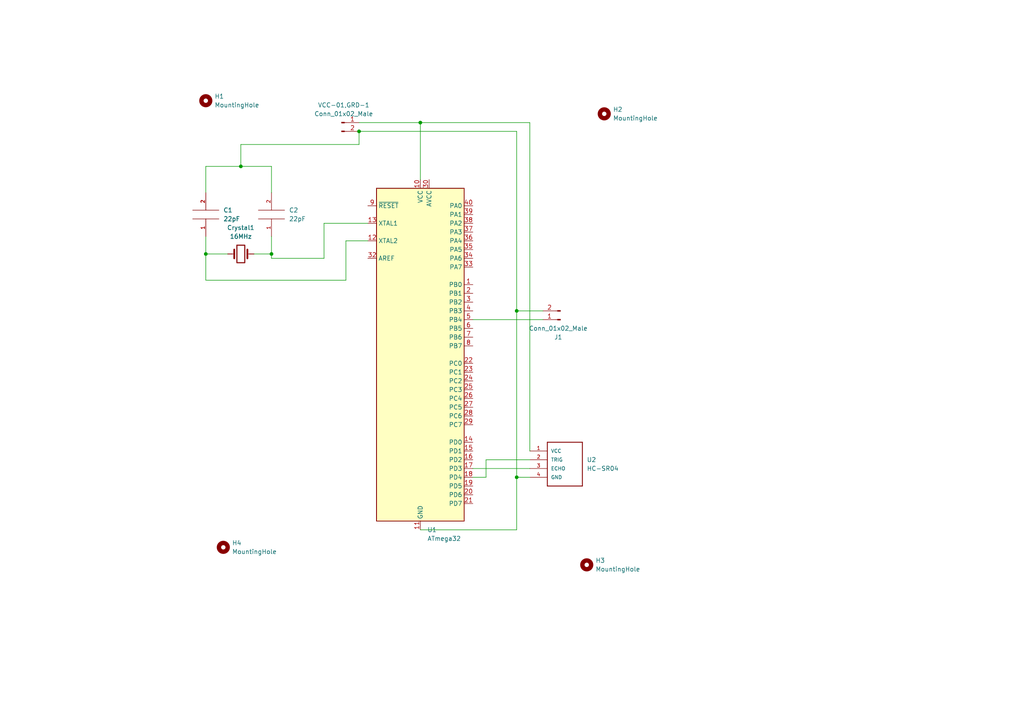
<source format=kicad_sch>
(kicad_sch (version 20211123) (generator eeschema)
  (paper "A4")
  (lib_symbols
    (symbol "Connector:Conn_01x02_Male" (pin_names (offset 1.016) hide)
      (property "Reference" "J" (at 0 2.54 0))
      (property "Value" "Conn_01x02_Male" (at 0 -5.08 0))
      (symbol "Conn_01x02_Male_1_1"
        (polyline (pts (xy 1.27 -2.54) (xy 0.8636 -2.54)) (stroke (width 0.1524)))
        (polyline (pts (xy 1.27 0) (xy 0.8636 0)) (stroke (width 0.1524)))
        (rectangle (start 0.8636 -2.413) (end 0 -2.667) (stroke (width 0.1524)) (fill (type outline)))
        (rectangle (start 0.8636 0.127) (end 0 -0.127) (stroke (width 0.1524)) (fill (type outline)))
        (pin passive line (at 5.08 0 180) (length 3.81) (name "Pin_1") (number "1"))
        (pin passive line (at 5.08 -2.54 180) (length 3.81) (name "Pin_2") (number "2"))
      )
    )
    (symbol "Device:Crystal" (pin_numbers hide) (pin_names (offset 1.016) hide)
      (property "Reference" "Y" (at 0 3.81 0))
      (property "Value" "Crystal" (at 0 -3.81 0))
      (symbol "Crystal_0_1"
        (rectangle (start -1.143 2.54) (end 1.143 -2.54) (stroke (width 0.3048)))
        (polyline (pts (xy -2.54 0) (xy -1.905 0)))
        (polyline (pts (xy -1.905 -1.27) (xy -1.905 1.27)) (stroke (width 0.508)))
        (polyline (pts (xy 1.905 -1.27) (xy 1.905 1.27)) (stroke (width 0.508)))
        (polyline (pts (xy 2.54 0) (xy 1.905 0)))
      )
      (symbol "Crystal_1_1"
        (pin passive line (at -3.81 0 0) (length 1.27) (name "1") (number "1"))
        (pin passive line (at 3.81 0 180) (length 1.27) (name "2") (number "2"))
      )
    )
    (symbol "HC-SR04:HC-SR04" (pin_names (offset 1.016))
      (property "Reference" "U" (at 0 5.08 0))
      (property "Value" "HC-SR04" (at 0 -10.16 0))
      (symbol "HC-SR04_0_0"
        (polyline (pts (xy 0 -7.62) (xy 10.16 -7.62)) (stroke (width 0.254)))
        (polyline (pts (xy 0 5.08) (xy 0 -7.62)) (stroke (width 0.254)))
        (polyline (pts (xy 10.16 -7.62) (xy 10.16 5.08)) (stroke (width 0.254)))
        (polyline (pts (xy 10.16 5.08) (xy 0 5.08)) (stroke (width 0.254)))
        (pin power_in line (at -5.08 2.54 0) (length 5.08) (name "VCC") (number "1"))
        (pin bidirectional line (at -5.08 0 0) (length 5.08) (name "TRIG") (number "2"))
        (pin bidirectional line (at -5.08 -2.54 0) (length 5.08) (name "ECHO") (number "3"))
        (pin power_in line (at -5.08 -5.08 0) (length 5.08) (name "GND") (number "4"))
      )
    )
    (symbol "MCU_Microchip_ATmega:ATmega32-16P"
      (property "Reference" "U" (at -12.7 49.53 0))
      (property "Value" "ATmega32-16P" (at 2.54 -49.53 0))
      (symbol "ATmega32-16P_0_1"
        (rectangle (start -12.7 -48.26) (end 12.7 48.26) (stroke (width 0.254)) (fill (type background)))
      )
      (symbol "ATmega32-16P_1_1"
        (pin bidirectional line (at 15.24 20.32 180) (length 2.54) (name "PB0") (number "1"))
        (pin power_in line (at 0 50.8 270) (length 2.54) (name "VCC") (number "10"))
        (pin power_in line (at 0 -50.8 90) (length 2.54) (name "GND") (number "11"))
        (pin output line (at -15.24 33.02 0) (length 2.54) (name "XTAL2") (number "12"))
        (pin input line (at -15.24 38.1 0) (length 2.54) (name "XTAL1") (number "13"))
        (pin bidirectional line (at 15.24 -25.4 180) (length 2.54) (name "PD0") (number "14"))
        (pin bidirectional line (at 15.24 -27.94 180) (length 2.54) (name "PD1") (number "15"))
        (pin bidirectional line (at 15.24 -30.48 180) (length 2.54) (name "PD2") (number "16"))
        (pin bidirectional line (at 15.24 -33.02 180) (length 2.54) (name "PD3") (number "17"))
        (pin bidirectional line (at 15.24 -35.56 180) (length 2.54) (name "PD4") (number "18"))
        (pin bidirectional line (at 15.24 -38.1 180) (length 2.54) (name "PD5") (number "19"))
        (pin bidirectional line (at 15.24 17.78 180) (length 2.54) (name "PB1") (number "2"))
        (pin bidirectional line (at 15.24 -40.64 180) (length 2.54) (name "PD6") (number "20"))
        (pin bidirectional line (at 15.24 -43.18 180) (length 2.54) (name "PD7") (number "21"))
        (pin bidirectional line (at 15.24 -2.54 180) (length 2.54) (name "PC0") (number "22"))
        (pin bidirectional line (at 15.24 -5.08 180) (length 2.54) (name "PC1") (number "23"))
        (pin bidirectional line (at 15.24 -7.62 180) (length 2.54) (name "PC2") (number "24"))
        (pin bidirectional line (at 15.24 -10.16 180) (length 2.54) (name "PC3") (number "25"))
        (pin bidirectional line (at 15.24 -12.7 180) (length 2.54) (name "PC4") (number "26"))
        (pin bidirectional line (at 15.24 -15.24 180) (length 2.54) (name "PC5") (number "27"))
        (pin bidirectional line (at 15.24 -17.78 180) (length 2.54) (name "PC6") (number "28"))
        (pin bidirectional line (at 15.24 -20.32 180) (length 2.54) (name "PC7") (number "29"))
        (pin bidirectional line (at 15.24 15.24 180) (length 2.54) (name "PB2") (number "3"))
        (pin power_in line (at 2.54 50.8 270) (length 2.54) (name "AVCC") (number "30"))
        (pin passive line (at 0 -50.8 90) (length 2.54) hide (name "GND") (number "31"))
        (pin passive line (at -15.24 27.94 0) (length 2.54) (name "AREF") (number "32"))
        (pin bidirectional line (at 15.24 25.4 180) (length 2.54) (name "PA7") (number "33"))
        (pin bidirectional line (at 15.24 27.94 180) (length 2.54) (name "PA6") (number "34"))
        (pin bidirectional line (at 15.24 30.48 180) (length 2.54) (name "PA5") (number "35"))
        (pin bidirectional line (at 15.24 33.02 180) (length 2.54) (name "PA4") (number "36"))
        (pin bidirectional line (at 15.24 35.56 180) (length 2.54) (name "PA3") (number "37"))
        (pin bidirectional line (at 15.24 38.1 180) (length 2.54) (name "PA2") (number "38"))
        (pin bidirectional line (at 15.24 40.64 180) (length 2.54) (name "PA1") (number "39"))
        (pin bidirectional line (at 15.24 12.7 180) (length 2.54) (name "PB3") (number "4"))
        (pin bidirectional line (at 15.24 43.18 180) (length 2.54) (name "PA0") (number "40"))
        (pin bidirectional line (at 15.24 10.16 180) (length 2.54) (name "PB4") (number "5"))
        (pin bidirectional line (at 15.24 7.62 180) (length 2.54) (name "PB5") (number "6"))
        (pin bidirectional line (at 15.24 5.08 180) (length 2.54) (name "PB6") (number "7"))
        (pin bidirectional line (at 15.24 2.54 180) (length 2.54) (name "PB7") (number "8"))
        (pin input line (at -15.24 43.18 0) (length 2.54) (name "~{RESET}") (number "9"))
      )
    )
    (symbol "Mechanical:MountingHole" (pin_names (offset 1.016))
      (property "Reference" "H" (at 0 5.08 0))
      (property "Value" "MountingHole" (at 0 3.175 0))
      (symbol "MountingHole_0_1"
        (circle (center 0 0) (radius 1.27) (stroke (width 1.27)))
      )
    )
    (symbol "pspice:CAP" (pin_names (offset 0.254))
      (property "Reference" "C" (at 2.54 3.81 90))
      (property "Value" "CAP" (at 2.54 -3.81 90))
      (symbol "CAP_0_1"
        (polyline (pts (xy -3.81 -1.27) (xy 3.81 -1.27)))
        (polyline (pts (xy -3.81 1.27) (xy 3.81 1.27)))
      )
      (symbol "CAP_1_1"
        (pin passive line (at 0 6.35 270) (length 5.08) (name "~") (number "1"))
        (pin passive line (at 0 -6.35 90) (length 5.08) (name "~") (number "2"))
      )
    )
  )
  (junction (at 104.14 38.1))
  (junction (at 78.74 73.66))
  (junction (at 69.85 48.26))
  (junction (at 59.69 73.66))
  (junction (at 149.86 90.17))
  (junction (at 149.86 138.43))
  (junction (at 121.92 35.56))
  (wire (pts (xy 121.92 52.07) (xy 121.92 35.56)))
  (wire (pts (xy 149.86 38.1) (xy 104.14 38.1)))
  (wire (pts (xy 153.67 133.35) (xy 140.97 133.35)))
  (wire (pts (xy 100.33 81.28) (xy 100.33 69.85)))
  (wire (pts (xy 104.14 41.91) (xy 69.85 41.91)))
  (wire (pts (xy 153.67 35.56) (xy 153.67 130.81)))
  (wire (pts (xy 106.68 64.77) (xy 93.98 64.77)))
  (wire (pts (xy 59.69 68.58) (xy 59.69 73.66)))
  (wire (pts (xy 140.97 138.43) (xy 137.16 138.43)))
  (wire (pts (xy 149.86 138.43) (xy 149.86 153.67)))
  (wire (pts (xy 121.92 153.67) (xy 149.86 153.67)))
  (wire (pts (xy 93.98 74.93) (xy 78.74 74.93)))
  (wire (pts (xy 78.74 74.93) (xy 78.74 73.66)))
  (wire (pts (xy 104.14 38.1) (xy 104.14 41.91)))
  (wire (pts (xy 149.86 90.17) (xy 149.86 138.43)))
  (wire (pts (xy 100.33 69.85) (xy 106.68 69.85)))
  (wire (pts (xy 140.97 133.35) (xy 140.97 138.43)))
  (wire (pts (xy 69.85 48.26) (xy 78.74 48.26)))
  (wire (pts (xy 137.16 135.89) (xy 153.67 135.89)))
  (wire (pts (xy 59.69 48.26) (xy 69.85 48.26)))
  (wire (pts (xy 149.86 90.17) (xy 157.48 90.17)))
  (wire (pts (xy 78.74 55.88) (xy 78.74 48.26)))
  (wire (pts (xy 59.69 81.28) (xy 100.33 81.28)))
  (wire (pts (xy 121.92 35.56) (xy 153.67 35.56)))
  (wire (pts (xy 104.14 35.56) (xy 121.92 35.56)))
  (wire (pts (xy 149.86 38.1) (xy 149.86 90.17)))
  (wire (pts (xy 93.98 64.77) (xy 93.98 74.93)))
  (wire (pts (xy 69.85 41.91) (xy 69.85 48.26)))
  (wire (pts (xy 137.16 92.71) (xy 157.48 92.71)))
  (wire (pts (xy 78.74 73.66) (xy 78.74 68.58)))
  (wire (pts (xy 59.69 48.26) (xy 59.69 55.88)))
  (wire (pts (xy 59.69 73.66) (xy 59.69 81.28)))
  (wire (pts (xy 149.86 138.43) (xy 153.67 138.43)))
  (wire (pts (xy 59.69 73.66) (xy 66.04 73.66)))
  (wire (pts (xy 73.66 73.66) (xy 78.74 73.66)))
  (symbol (lib_id "Connector:Conn_01x02_Male") (at 99.06 35.56 0) (unit 1)
    (property "Reference" "VCC-01,GRD-1" (at 99.695 30.48 0))
    (property "Value" "Conn_01x02_Male" (at 99.695 33.02 0))
    (property "Footprint" "Connector_PinHeader_2.00mm:PinHeader_1x02_P2.00mm_Horizontal" (effects hide))
  )
  (symbol (lib_id "Connector:Conn_01x02_Male") (at 162.56 92.71 180) (unit 1)
    (property "Reference" "J1" (at 161.925 97.79 0))
    (property "Value" "Conn_01x02_Male" (at 161.925 95.25 0))
    (property "Footprint" "Connector_PinHeader_1.00mm:PinHeader_1x02_P1.00mm_Horizontal" (effects hide))
  )
  (symbol (lib_id "pspice:CAP") (at 59.69 62.23 180) (unit 1)
    (property "Reference" "C1" (at 64.77 60.9599 0) (effects (justify right)))
    (property "Value" "22pF" (at 64.77 63.4999 0) (effects (justify right)))
    (property "Footprint" "Capacitor_THT:CP_Axial_L10.0mm_D4.5mm_P15.00mm_Horizontal" (effects hide))
  )
  (symbol (lib_id "HC-SR04:HC-SR04") (at 158.75 133.35 0) (unit 1)
    (property "Reference" "U2" (at 170.18 133.3499 0) (effects (justify left)))
    (property "Value" "HC-SR04" (at 170.18 135.8899 0) (effects (justify left)))
    (property "Footprint" "Connector_PinHeader_2.54mm:PinHeader_1x04_P2.54mm_Horizontal" (effects hide))
    (property "MANUFACTURER" "Osepp" (effects hide))
  )
  (symbol (lib_id "Mechanical:MountingHole") (at 64.77 158.75 0) (unit 1)
    (property "Reference" "H4" (at 67.31 157.4799 0) (effects (justify left)))
    (property "Value" "MountingHole" (at 67.31 160.0199 0) (effects (justify left)))
    (property "Footprint" "MountingHole:MountingHole_2.5mm" (effects hide))
  )
  (symbol (lib_id "Mechanical:MountingHole") (at 175.26 33.02 0) (unit 1)
    (property "Reference" "H2" (at 177.8 31.7499 0) (effects (justify left)))
    (property "Value" "MountingHole" (at 177.8 34.2899 0) (effects (justify left)))
    (property "Footprint" "MountingHole:MountingHole_2.5mm" (effects hide))
  )
  (symbol (lib_id "MCU_Microchip_ATmega:ATmega32-16P") (at 121.92 102.87 0) (unit 1)
    (property "Reference" "U1" (at 123.9394 153.67 0) (effects (justify left)))
    (property "Value" "ATmega32" (at 123.9394 156.21 0) (effects (justify left)))
    (property "Footprint" "Package_DIP:DIP-40_W15.24mm" (effects hide))
    (property "Datasheet" "http://ww1.microchip.com/downloads/en/DeviceDoc/doc2503.pdf" (effects hide))
  )
  (symbol (lib_id "Device:Crystal") (at 69.85 73.66 0) (unit 1)
    (property "Reference" "Crystal1" (at 69.85 66.04 0))
    (property "Value" "16MHz" (at 69.85 68.58 0))
    (property "Footprint" "Crystal:Crystal_AT310_D3.0mm_L10.0mm_Horizontal" (effects hide))
  )
  (symbol (lib_id "Mechanical:MountingHole") (at 170.18 163.83 0) (unit 1)
    (property "Reference" "H3" (at 172.72 162.5599 0) (effects (justify left)))
    (property "Value" "MountingHole" (at 172.72 165.0999 0) (effects (justify left)))
    (property "Footprint" "MountingHole:MountingHole_2.5mm" (effects hide))
  )
  (symbol (lib_id "Mechanical:MountingHole") (at 59.69 29.21 0) (unit 1)
    (property "Reference" "H1" (at 62.23 27.9399 0) (effects (justify left)))
    (property "Value" "MountingHole" (at 62.23 30.4799 0) (effects (justify left)))
    (property "Footprint" "MountingHole:MountingHole_2.5mm" (effects hide))
  )
  (symbol (lib_id "pspice:CAP") (at 78.74 62.23 180) (unit 1)
    (property "Reference" "C2" (at 83.82 60.9599 0) (effects (justify right)))
    (property "Value" "22pF" (at 83.82 63.4999 0) (effects (justify right)))
    (property "Footprint" "Capacitor_THT:CP_Axial_L10.0mm_D4.5mm_P15.00mm_Horizontal" (effects hide))
  )
)
</source>
